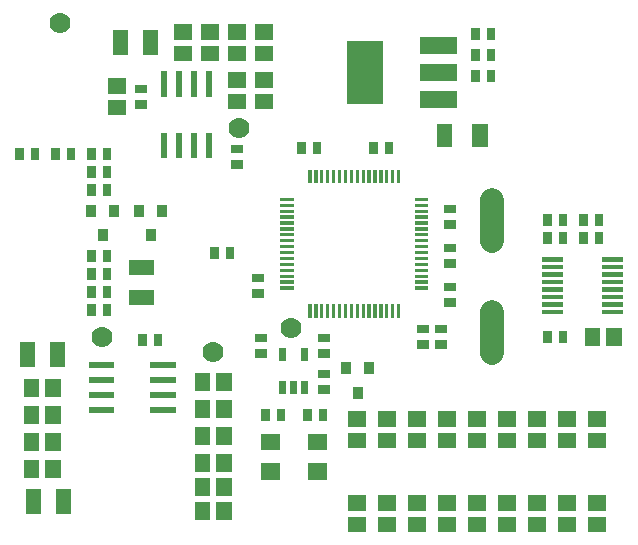
<source format=gbr>
G04 start of page 13 for group -4015 idx -4015 *
G04 Title: MMDVM_pog, toppaste *
G04 Creator: pcb v4.0.0-ga246c150 *
G04 CreationDate: Wed Apr 26 20:29:48 2017 UTC *
G04 For: wojtek *
G04 Format: Gerber/RS-274X *
G04 PCB-Dimensions (mm): 66.29 58.42 *
G04 PCB-Coordinate-Origin: lower left *
%MOMM*%
%FSLAX43Y43*%
%LNTOPPASTE*%
%ADD123C,2.000*%
%ADD122C,1.778*%
%ADD121C,0.002*%
G54D121*G36*
X52377Y21234D02*X51627D01*
Y20234D01*
X52377D01*
Y21234D01*
G37*
G36*
X53677D02*X52927D01*
Y20234D01*
X53677D01*
Y21234D01*
G37*
G36*
X58266Y21484D02*X56966D01*
Y19984D01*
X58266D01*
Y21484D01*
G37*
G36*
X56466D02*X55166D01*
Y19984D01*
X56466D01*
Y21484D01*
G37*
G36*
X41197Y41511D02*Y40089D01*
X44295D01*
Y41511D01*
X41197D01*
G37*
G36*
Y43797D02*Y42375D01*
X44295D01*
Y43797D01*
X41197D01*
G37*
G36*
Y46109D02*Y44686D01*
X44295D01*
Y46109D01*
X41197D01*
G37*
G36*
X38098Y45778D02*X34999D01*
Y40394D01*
X38098D01*
Y45778D01*
G37*
G36*
X22692Y47176D02*Y45876D01*
X24192D01*
Y47176D01*
X22692D01*
G37*
G36*
Y45376D02*Y44076D01*
X24192D01*
Y45376D01*
X22692D01*
G37*
G36*
X20406Y47176D02*Y45876D01*
X21906D01*
Y47176D01*
X20406D01*
G37*
G36*
Y45376D02*Y44076D01*
X21906D01*
Y45376D01*
X20406D01*
G37*
G36*
X24978Y41312D02*Y40012D01*
X26478D01*
Y41312D01*
X24978D01*
G37*
G36*
Y43112D02*Y41812D01*
X26478D01*
Y43112D01*
X24978D01*
G37*
G36*
Y47176D02*Y45876D01*
X26478D01*
Y47176D01*
X24978D01*
G37*
G36*
Y45376D02*Y44076D01*
X26478D01*
Y45376D01*
X24978D01*
G37*
G36*
X27264Y41312D02*Y40012D01*
X28764D01*
Y41312D01*
X27264D01*
G37*
G36*
Y43112D02*Y41812D01*
X28764D01*
Y43112D01*
X27264D01*
G37*
G36*
Y47176D02*Y45876D01*
X28764D01*
Y47176D01*
X27264D01*
G37*
G36*
Y45376D02*Y44076D01*
X28764D01*
Y45376D01*
X27264D01*
G37*
G36*
X18984Y46706D02*X17740D01*
Y44546D01*
X18984D01*
Y46706D01*
G37*
G36*
X16444D02*X15200D01*
Y44546D01*
X16444D01*
Y46706D01*
G37*
G36*
X46928Y38702D02*X45628D01*
Y36802D01*
X46928D01*
Y38702D01*
G37*
G36*
X43928D02*X42628D01*
Y36802D01*
X43928D01*
Y38702D01*
G37*
G36*
X17100Y40779D02*Y40029D01*
X18100D01*
Y40779D01*
X17100D01*
G37*
G36*
Y42079D02*Y41329D01*
X18100D01*
Y42079D01*
X17100D01*
G37*
G54D122*X10742Y47277D03*
X25855Y38387D03*
G54D121*G36*
X25483Y28346D02*X24733D01*
Y27346D01*
X25483D01*
Y28346D01*
G37*
G36*
X24183D02*X23433D01*
Y27346D01*
X24183D01*
Y28346D01*
G37*
G36*
X18087Y20980D02*X17337D01*
Y19980D01*
X18087D01*
Y20980D01*
G37*
G36*
X19387D02*X18637D01*
Y19980D01*
X19387D01*
Y20980D01*
G37*
G36*
X15069Y36728D02*X14319D01*
Y35728D01*
X15069D01*
Y36728D01*
G37*
G36*
X13769D02*X13019D01*
Y35728D01*
X13769D01*
Y36728D01*
G37*
G36*
X12021D02*X11271D01*
Y35728D01*
X12021D01*
Y36728D01*
G37*
G36*
X10721D02*X9971D01*
Y35728D01*
X10721D01*
Y36728D01*
G37*
G36*
X16520Y24658D02*Y23414D01*
X18680D01*
Y24658D01*
X16520D01*
G37*
G36*
Y27198D02*Y25954D01*
X18680D01*
Y27198D01*
X16520D01*
G37*
G36*
X40218Y5498D02*Y4198D01*
X41718D01*
Y5498D01*
X40218D01*
G37*
G36*
Y7298D02*Y5998D01*
X41718D01*
Y7298D01*
X40218D01*
G37*
G36*
X37678Y5498D02*Y4198D01*
X39178D01*
Y5498D01*
X37678D01*
G37*
G36*
Y7298D02*Y5998D01*
X39178D01*
Y7298D01*
X37678D01*
G37*
G36*
X35138Y5498D02*Y4198D01*
X36638D01*
Y5498D01*
X35138D01*
G37*
G36*
Y7298D02*Y5998D01*
X36638D01*
Y7298D01*
X35138D01*
G37*
G36*
X45298Y5498D02*Y4198D01*
X46798D01*
Y5498D01*
X45298D01*
G37*
G36*
Y7298D02*Y5998D01*
X46798D01*
Y7298D01*
X45298D01*
G37*
G36*
X47838Y5498D02*Y4198D01*
X49338D01*
Y5498D01*
X47838D01*
G37*
G36*
Y7298D02*Y5998D01*
X49338D01*
Y7298D01*
X47838D01*
G37*
G36*
X50378Y5498D02*Y4198D01*
X51878D01*
Y5498D01*
X50378D01*
G37*
G36*
Y7298D02*Y5998D01*
X51878D01*
Y7298D01*
X50378D01*
G37*
G36*
X52918Y5498D02*Y4198D01*
X54418D01*
Y5498D01*
X52918D01*
G37*
G36*
Y7298D02*Y5998D01*
X54418D01*
Y7298D01*
X52918D01*
G37*
G36*
X42758Y5498D02*Y4198D01*
X44258D01*
Y5498D01*
X42758D01*
G37*
G36*
Y7298D02*Y5998D01*
X44258D01*
Y7298D01*
X42758D01*
G37*
G36*
X55458Y5498D02*Y4198D01*
X56958D01*
Y5498D01*
X55458D01*
G37*
G36*
Y7298D02*Y5998D01*
X56958D01*
Y7298D01*
X55458D01*
G37*
G36*
X32594Y16649D02*Y15899D01*
X33594D01*
Y16649D01*
X32594D01*
G37*
G36*
Y17949D02*Y17199D01*
X33594D01*
Y17949D01*
X32594D01*
G37*
G36*
X37336Y18575D02*X36472D01*
Y17559D01*
X37336D01*
Y18575D01*
G37*
G36*
X35355D02*X34491D01*
Y17559D01*
X35355D01*
Y18575D01*
G37*
G36*
X36345Y16492D02*X35482D01*
Y15476D01*
X36345D01*
Y16492D01*
G37*
G54D122*X30300Y21496D03*
G54D121*G36*
X33357Y14630D02*X32607D01*
Y13630D01*
X33357D01*
Y14630D01*
G37*
G36*
X32057D02*X31307D01*
Y13630D01*
X32057D01*
Y14630D01*
G37*
G36*
X29801D02*X29051D01*
Y13630D01*
X29801D01*
Y14630D01*
G37*
G36*
X28501D02*X27751D01*
Y13630D01*
X28501D01*
Y14630D01*
G37*
G36*
X27722Y10004D02*Y8604D01*
X29322D01*
Y10004D01*
X27722D01*
G37*
G36*
X31722D02*Y8604D01*
X33322D01*
Y10004D01*
X31722D01*
G37*
G36*
Y12504D02*Y11104D01*
X33322D01*
Y12504D01*
X31722D01*
G37*
G36*
X27722D02*Y11104D01*
X29322D01*
Y12504D01*
X27722D01*
G37*
G54D122*X14298Y20734D03*
X23696Y19464D03*
G54D121*G36*
X8968Y14880D02*X7668D01*
Y13380D01*
X8968D01*
Y14880D01*
G37*
G36*
X10768D02*X9468D01*
Y13380D01*
X10768D01*
Y14880D01*
G37*
G36*
Y12594D02*X9468D01*
Y11094D01*
X10768D01*
Y12594D01*
G37*
G36*
X8968D02*X7668D01*
Y11094D01*
X8968D01*
Y12594D01*
G37*
G36*
X10768Y17166D02*X9468D01*
Y15666D01*
X10768D01*
Y17166D01*
G37*
G36*
X8968D02*X7668D01*
Y15666D01*
X8968D01*
Y17166D01*
G37*
G36*
X8570Y20290D02*X7326D01*
Y18130D01*
X8570D01*
Y20290D01*
G37*
G36*
X11110D02*X9866D01*
Y18130D01*
X11110D01*
Y20290D01*
G37*
G36*
X10768Y10308D02*X9468D01*
Y8808D01*
X10768D01*
Y10308D01*
G37*
G36*
X8968D02*X7668D01*
Y8808D01*
X8968D01*
Y10308D01*
G37*
G36*
X9078Y7844D02*X7834D01*
Y5684D01*
X9078D01*
Y7844D01*
G37*
G36*
X11618D02*X10374D01*
Y5684D01*
X11618D01*
Y7844D01*
G37*
G36*
X13155Y18575D02*Y18067D01*
X15314D01*
Y18575D01*
X13155D01*
G37*
G36*
Y17305D02*Y16797D01*
X15314D01*
Y17305D01*
X13155D01*
G37*
G36*
Y16035D02*Y15527D01*
X15314D01*
Y16035D01*
X13155D01*
G37*
G36*
Y14765D02*Y14257D01*
X15314D01*
Y14765D01*
X13155D01*
G37*
G36*
X18362D02*Y14257D01*
X20521D01*
Y14765D01*
X18362D01*
G37*
G36*
Y16035D02*Y15527D01*
X20521D01*
Y16035D01*
X18362D01*
G37*
G36*
Y17305D02*Y16797D01*
X20521D01*
Y17305D01*
X18362D01*
G37*
G36*
Y18575D02*Y18067D01*
X20521D01*
Y18575D01*
X18362D01*
G37*
G36*
X56614Y23033D02*Y22626D01*
X58342D01*
Y23033D01*
X56614D01*
G37*
G36*
Y23668D02*Y23261D01*
X58342D01*
Y23668D01*
X56614D01*
G37*
G36*
Y24303D02*Y23896D01*
X58342D01*
Y24303D01*
X56614D01*
G37*
G36*
Y24938D02*Y24531D01*
X58342D01*
Y24938D01*
X56614D01*
G37*
G36*
Y25573D02*Y25166D01*
X58342D01*
Y25573D01*
X56614D01*
G37*
G36*
Y26208D02*Y25801D01*
X58342D01*
Y26208D01*
X56614D01*
G37*
G36*
Y26843D02*Y26436D01*
X58342D01*
Y26843D01*
X56614D01*
G37*
G36*
Y27478D02*Y27071D01*
X58342D01*
Y27478D01*
X56614D01*
G37*
G36*
X51534D02*Y27071D01*
X53262D01*
Y27478D01*
X51534D01*
G37*
G36*
Y26843D02*Y26436D01*
X53262D01*
Y26843D01*
X51534D01*
G37*
G36*
Y26208D02*Y25801D01*
X53262D01*
Y26208D01*
X51534D01*
G37*
G36*
Y25573D02*Y25166D01*
X53262D01*
Y25573D01*
X51534D01*
G37*
G36*
Y24938D02*Y24531D01*
X53262D01*
Y24938D01*
X51534D01*
G37*
G36*
Y24303D02*Y23896D01*
X53262D01*
Y24303D01*
X51534D01*
G37*
G36*
Y23668D02*Y23261D01*
X53262D01*
Y23668D01*
X51534D01*
G37*
G36*
Y23033D02*Y22626D01*
X53262D01*
Y23033D01*
X51534D01*
G37*
G36*
X40761Y24998D02*Y24718D01*
X41904D01*
Y24998D01*
X40761D01*
G37*
G36*
Y25498D02*Y25218D01*
X41904D01*
Y25498D01*
X40761D01*
G37*
G36*
Y25998D02*Y25718D01*
X41904D01*
Y25998D01*
X40761D01*
G37*
G36*
Y26498D02*Y26218D01*
X41904D01*
Y26498D01*
X40761D01*
G37*
G36*
Y26998D02*Y26718D01*
X41904D01*
Y26998D01*
X40761D01*
G37*
G36*
Y27498D02*Y27218D01*
X41904D01*
Y27498D01*
X40761D01*
G37*
G36*
Y27998D02*Y27718D01*
X41904D01*
Y27998D01*
X40761D01*
G37*
G36*
Y28498D02*Y28218D01*
X41904D01*
Y28498D01*
X40761D01*
G37*
G36*
Y28998D02*Y28718D01*
X41904D01*
Y28998D01*
X40761D01*
G37*
G36*
Y29498D02*Y29218D01*
X41904D01*
Y29498D01*
X40761D01*
G37*
G36*
Y29998D02*Y29718D01*
X41904D01*
Y29998D01*
X40761D01*
G37*
G36*
Y30498D02*Y30218D01*
X41904D01*
Y30498D01*
X40761D01*
G37*
G36*
Y30998D02*Y30718D01*
X41904D01*
Y30998D01*
X40761D01*
G37*
G36*
Y31498D02*Y31218D01*
X41904D01*
Y31498D01*
X40761D01*
G37*
G36*
Y31998D02*Y31718D01*
X41904D01*
Y31998D01*
X40761D01*
G37*
G36*
Y32498D02*Y32218D01*
X41904D01*
Y32498D01*
X40761D01*
G37*
G36*
X39524Y34878D02*X39244D01*
Y33735D01*
X39524D01*
Y34878D01*
G37*
G36*
X39024D02*X38744D01*
Y33735D01*
X39024D01*
Y34878D01*
G37*
G36*
X38524D02*X38244D01*
Y33735D01*
X38524D01*
Y34878D01*
G37*
G36*
X38024D02*X37744D01*
Y33735D01*
X38024D01*
Y34878D01*
G37*
G36*
X37524D02*X37244D01*
Y33735D01*
X37524D01*
Y34878D01*
G37*
G36*
X37024D02*X36744D01*
Y33735D01*
X37024D01*
Y34878D01*
G37*
G36*
X36524D02*X36244D01*
Y33735D01*
X36524D01*
Y34878D01*
G37*
G36*
X36024D02*X35744D01*
Y33735D01*
X36024D01*
Y34878D01*
G37*
G36*
X35524D02*X35244D01*
Y33735D01*
X35524D01*
Y34878D01*
G37*
G36*
X35024D02*X34744D01*
Y33735D01*
X35024D01*
Y34878D01*
G37*
G36*
X34524D02*X34244D01*
Y33735D01*
X34524D01*
Y34878D01*
G37*
G36*
X34024D02*X33744D01*
Y33735D01*
X34024D01*
Y34878D01*
G37*
G36*
X33524D02*X33244D01*
Y33735D01*
X33524D01*
Y34878D01*
G37*
G36*
X33024D02*X32744D01*
Y33735D01*
X33024D01*
Y34878D01*
G37*
G36*
X32524D02*X32244D01*
Y33735D01*
X32524D01*
Y34878D01*
G37*
G36*
X32024D02*X31744D01*
Y33735D01*
X32024D01*
Y34878D01*
G37*
G36*
X29364Y32498D02*Y32218D01*
X30507D01*
Y32498D01*
X29364D01*
G37*
G36*
Y31998D02*Y31718D01*
X30507D01*
Y31998D01*
X29364D01*
G37*
G36*
Y31498D02*Y31218D01*
X30507D01*
Y31498D01*
X29364D01*
G37*
G36*
Y30998D02*Y30718D01*
X30507D01*
Y30998D01*
X29364D01*
G37*
G36*
Y30498D02*Y30218D01*
X30507D01*
Y30498D01*
X29364D01*
G37*
G36*
Y29998D02*Y29718D01*
X30507D01*
Y29998D01*
X29364D01*
G37*
G36*
Y29498D02*Y29218D01*
X30507D01*
Y29498D01*
X29364D01*
G37*
G36*
Y28998D02*Y28718D01*
X30507D01*
Y28998D01*
X29364D01*
G37*
G36*
Y28498D02*Y28218D01*
X30507D01*
Y28498D01*
X29364D01*
G37*
G36*
Y27998D02*Y27718D01*
X30507D01*
Y27998D01*
X29364D01*
G37*
G36*
Y27498D02*Y27218D01*
X30507D01*
Y27498D01*
X29364D01*
G37*
G36*
Y26998D02*Y26718D01*
X30507D01*
Y26998D01*
X29364D01*
G37*
G36*
Y26498D02*Y26218D01*
X30507D01*
Y26498D01*
X29364D01*
G37*
G36*
Y25998D02*Y25718D01*
X30507D01*
Y25998D01*
X29364D01*
G37*
G36*
Y25498D02*Y25218D01*
X30507D01*
Y25498D01*
X29364D01*
G37*
G36*
Y24998D02*Y24718D01*
X30507D01*
Y24998D01*
X29364D01*
G37*
G36*
X32024Y23481D02*X31744D01*
Y22338D01*
X32024D01*
Y23481D01*
G37*
G36*
X32524D02*X32244D01*
Y22338D01*
X32524D01*
Y23481D01*
G37*
G36*
X33024D02*X32744D01*
Y22338D01*
X33024D01*
Y23481D01*
G37*
G36*
X33524D02*X33244D01*
Y22338D01*
X33524D01*
Y23481D01*
G37*
G36*
X34024D02*X33744D01*
Y22338D01*
X34024D01*
Y23481D01*
G37*
G36*
X34524D02*X34244D01*
Y22338D01*
X34524D01*
Y23481D01*
G37*
G36*
X35024D02*X34744D01*
Y22338D01*
X35024D01*
Y23481D01*
G37*
G36*
X35524D02*X35244D01*
Y22338D01*
X35524D01*
Y23481D01*
G37*
G36*
X36024D02*X35744D01*
Y22338D01*
X36024D01*
Y23481D01*
G37*
G36*
X36524D02*X36244D01*
Y22338D01*
X36524D01*
Y23481D01*
G37*
G36*
X37024D02*X36744D01*
Y22338D01*
X37024D01*
Y23481D01*
G37*
G36*
X37524D02*X37244D01*
Y22338D01*
X37524D01*
Y23481D01*
G37*
G36*
X38024D02*X37744D01*
Y22338D01*
X38024D01*
Y23481D01*
G37*
G36*
X38524D02*X38244D01*
Y22338D01*
X38524D01*
Y23481D01*
G37*
G36*
X39024D02*X38744D01*
Y22338D01*
X39024D01*
Y23481D01*
G37*
G36*
X39524D02*X39244D01*
Y22338D01*
X39524D01*
Y23481D01*
G37*
G36*
X13769Y35204D02*X13019D01*
Y34204D01*
X13769D01*
Y35204D01*
G37*
G36*
X15069D02*X14319D01*
Y34204D01*
X15069D01*
Y35204D01*
G37*
G36*
X13769Y33680D02*X13019D01*
Y32680D01*
X13769D01*
Y33680D01*
G37*
G36*
X15069D02*X14319D01*
Y32680D01*
X15069D01*
Y33680D01*
G37*
G36*
X7673Y36728D02*X6923D01*
Y35728D01*
X7673D01*
Y36728D01*
G37*
G36*
X8973D02*X8223D01*
Y35728D01*
X8973D01*
Y36728D01*
G37*
G36*
X29838Y16966D02*X29238D01*
Y15866D01*
X29838D01*
Y16966D01*
G37*
G36*
X30788D02*X30188D01*
Y15866D01*
X30788D01*
Y16966D01*
G37*
G36*
X31738D02*X31138D01*
Y15866D01*
X31738D01*
Y16966D01*
G37*
G36*
X29838Y19766D02*X29238D01*
Y18666D01*
X29838D01*
Y19766D01*
G37*
G36*
X31738D02*X31138D01*
Y18666D01*
X31738D01*
Y19766D01*
G37*
G36*
X32594Y19697D02*Y18947D01*
X33594D01*
Y19697D01*
X32594D01*
G37*
G36*
Y20997D02*Y20247D01*
X33594D01*
Y20997D01*
X32594D01*
G37*
G36*
X47581Y45110D02*X46831D01*
Y44110D01*
X47581D01*
Y45110D01*
G37*
G36*
X46281D02*X45531D01*
Y44110D01*
X46281D01*
Y45110D01*
G37*
G36*
X47581Y46888D02*X46831D01*
Y45888D01*
X47581D01*
Y46888D01*
G37*
G36*
X46281D02*X45531D01*
Y45888D01*
X46281D01*
Y46888D01*
G37*
G36*
X47581Y43332D02*X46831D01*
Y42332D01*
X47581D01*
Y43332D01*
G37*
G36*
X46281D02*X45531D01*
Y42332D01*
X46281D01*
Y43332D01*
G37*
G36*
X27260Y19697D02*Y18947D01*
X28260D01*
Y19697D01*
X27260D01*
G37*
G36*
Y20997D02*Y20247D01*
X28260D01*
Y20997D01*
X27260D01*
G37*
G36*
X27006Y26077D02*Y25327D01*
X28006D01*
Y26077D01*
X27006D01*
G37*
G36*
Y24777D02*Y24027D01*
X28006D01*
Y24777D01*
X27006D01*
G37*
G36*
X42500Y20459D02*Y19709D01*
X43500D01*
Y20459D01*
X42500D01*
G37*
G36*
Y21759D02*Y21009D01*
X43500D01*
Y21759D01*
X42500D01*
G37*
G36*
X40976Y20459D02*Y19709D01*
X41976D01*
Y20459D01*
X40976D01*
G37*
G36*
Y21759D02*Y21009D01*
X41976D01*
Y21759D01*
X40976D01*
G37*
G36*
X32849Y37236D02*X32099D01*
Y36236D01*
X32849D01*
Y37236D01*
G37*
G36*
X31549D02*X30799D01*
Y36236D01*
X31549D01*
Y37236D01*
G37*
G36*
X38945D02*X38195D01*
Y36236D01*
X38945D01*
Y37236D01*
G37*
G36*
X37645D02*X36895D01*
Y36236D01*
X37645D01*
Y37236D01*
G37*
G36*
X43262Y25315D02*Y24565D01*
X44262D01*
Y25315D01*
X43262D01*
G37*
G36*
Y24015D02*Y23265D01*
X44262D01*
Y24015D01*
X43262D01*
G37*
G36*
Y27317D02*Y26567D01*
X44262D01*
Y27317D01*
X43262D01*
G37*
G36*
Y28617D02*Y27867D01*
X44262D01*
Y28617D01*
X43262D01*
G37*
G36*
Y30619D02*Y29869D01*
X44262D01*
Y30619D01*
X43262D01*
G37*
G36*
Y31919D02*Y31169D01*
X44262D01*
Y31919D01*
X43262D01*
G37*
G54D123*X47318Y32314D02*Y28814D01*
Y22814D02*Y19314D01*
G54D121*G36*
X52377Y31140D02*X51627D01*
Y30140D01*
X52377D01*
Y31140D01*
G37*
G36*
X53677D02*X52927D01*
Y30140D01*
X53677D01*
Y31140D01*
G37*
G36*
X56725D02*X55975D01*
Y30140D01*
X56725D01*
Y31140D01*
G37*
G36*
X55425D02*X54675D01*
Y30140D01*
X55425D01*
Y31140D01*
G37*
G36*
X53677Y29616D02*X52927D01*
Y28616D01*
X53677D01*
Y29616D01*
G37*
G36*
X52377D02*X51627D01*
Y28616D01*
X52377D01*
Y29616D01*
G37*
G36*
X55425D02*X54675D01*
Y28616D01*
X55425D01*
Y29616D01*
G37*
G36*
X56725D02*X55975D01*
Y28616D01*
X56725D01*
Y29616D01*
G37*
G36*
X25228Y36999D02*Y36249D01*
X26228D01*
Y36999D01*
X25228D01*
G37*
G36*
Y35699D02*Y34949D01*
X26228D01*
Y35699D01*
X25228D01*
G37*
G36*
X55458Y12610D02*Y11310D01*
X56958D01*
Y12610D01*
X55458D01*
G37*
G36*
Y14410D02*Y13110D01*
X56958D01*
Y14410D01*
X55458D01*
G37*
G36*
X37678Y12610D02*Y11310D01*
X39178D01*
Y12610D01*
X37678D01*
G37*
G36*
Y14410D02*Y13110D01*
X39178D01*
Y14410D01*
X37678D01*
G37*
G36*
X35138Y12610D02*Y11310D01*
X36638D01*
Y12610D01*
X35138D01*
G37*
G36*
Y14410D02*Y13110D01*
X36638D01*
Y14410D01*
X35138D01*
G37*
G36*
X45298Y12610D02*Y11310D01*
X46798D01*
Y12610D01*
X45298D01*
G37*
G36*
Y14410D02*Y13110D01*
X46798D01*
Y14410D01*
X45298D01*
G37*
G36*
X47838Y12610D02*Y11310D01*
X49338D01*
Y12610D01*
X47838D01*
G37*
G36*
Y14410D02*Y13110D01*
X49338D01*
Y14410D01*
X47838D01*
G37*
G36*
X50378Y12610D02*Y11310D01*
X51878D01*
Y12610D01*
X50378D01*
G37*
G36*
Y14410D02*Y13110D01*
X51878D01*
Y14410D01*
X50378D01*
G37*
G36*
X42758Y12610D02*Y11310D01*
X44258D01*
Y12610D01*
X42758D01*
G37*
G36*
Y14410D02*Y13110D01*
X44258D01*
Y14410D01*
X42758D01*
G37*
G36*
X40218Y12610D02*Y11310D01*
X41718D01*
Y12610D01*
X40218D01*
G37*
G36*
Y14410D02*Y13110D01*
X41718D01*
Y14410D01*
X40218D01*
G37*
G36*
X52918Y12610D02*Y11310D01*
X54418D01*
Y12610D01*
X52918D01*
G37*
G36*
Y14410D02*Y13110D01*
X54418D01*
Y14410D01*
X52918D01*
G37*
G36*
X25246Y17674D02*X23946D01*
Y16174D01*
X25246D01*
Y17674D01*
G37*
G36*
X23446D02*X22146D01*
Y16174D01*
X23446D01*
Y17674D01*
G37*
G36*
X25246Y15388D02*X23946D01*
Y13888D01*
X25246D01*
Y15388D01*
G37*
G36*
X23446D02*X22146D01*
Y13888D01*
X23446D01*
Y15388D01*
G37*
G36*
Y10816D02*X22146D01*
Y9316D01*
X23446D01*
Y10816D01*
G37*
G36*
X25246D02*X23946D01*
Y9316D01*
X25246D01*
Y10816D01*
G37*
G36*
Y6752D02*X23946D01*
Y5252D01*
X25246D01*
Y6752D01*
G37*
G36*
X23446D02*X22146D01*
Y5252D01*
X23446D01*
Y6752D01*
G37*
G36*
X25246Y8784D02*X23946D01*
Y7284D01*
X25246D01*
Y8784D01*
G37*
G36*
X23446D02*X22146D01*
Y7284D01*
X23446D01*
Y8784D01*
G37*
G36*
X25246Y13102D02*X23946D01*
Y11602D01*
X25246D01*
Y13102D01*
G37*
G36*
X23446D02*X22146D01*
Y11602D01*
X23446D01*
Y13102D01*
G37*
G36*
X14818Y42604D02*Y41304D01*
X16318D01*
Y42604D01*
X14818D01*
G37*
G36*
Y40804D02*Y39504D01*
X16318D01*
Y40804D01*
X14818D01*
G37*
G36*
X19759Y38006D02*X19251D01*
Y35847D01*
X19759D01*
Y38006D01*
G37*
G36*
X21029D02*X20521D01*
Y35847D01*
X21029D01*
Y38006D01*
G37*
G36*
X22299D02*X21791D01*
Y35847D01*
X22299D01*
Y38006D01*
G37*
G36*
X23569D02*X23061D01*
Y35847D01*
X23569D01*
Y38006D01*
G37*
G36*
Y43213D02*X23061D01*
Y41054D01*
X23569D01*
Y43213D01*
G37*
G36*
X22299D02*X21791D01*
Y41054D01*
X22299D01*
Y43213D01*
G37*
G36*
X21029D02*X20521D01*
Y41054D01*
X21029D01*
Y43213D01*
G37*
G36*
X19759D02*X19251D01*
Y41054D01*
X19759D01*
Y43213D01*
G37*
G36*
X13769Y28092D02*X13019D01*
Y27092D01*
X13769D01*
Y28092D01*
G37*
G36*
X15069D02*X14319D01*
Y27092D01*
X15069D01*
Y28092D01*
G37*
G36*
Y23520D02*X14319D01*
Y22520D01*
X15069D01*
Y23520D01*
G37*
G36*
X13769D02*X13019D01*
Y22520D01*
X13769D01*
Y23520D01*
G37*
G36*
X15069Y26568D02*X14319D01*
Y25568D01*
X15069D01*
Y26568D01*
G37*
G36*
X13769D02*X13019D01*
Y25568D01*
X13769D01*
Y26568D01*
G37*
G36*
Y25044D02*X13019D01*
Y24044D01*
X13769D01*
Y25044D01*
G37*
G36*
X15069D02*X14319D01*
Y24044D01*
X15069D01*
Y25044D01*
G37*
G36*
X19810Y31910D02*X18946D01*
Y30894D01*
X19810D01*
Y31910D01*
G37*
G36*
X17829D02*X16965D01*
Y30894D01*
X17829D01*
Y31910D01*
G37*
G36*
X18819Y29827D02*X17956D01*
Y28811D01*
X18819D01*
Y29827D01*
G37*
G36*
X15746Y31910D02*X14882D01*
Y30894D01*
X15746D01*
Y31910D01*
G37*
G36*
X13765D02*X12901D01*
Y30894D01*
X13765D01*
Y31910D01*
G37*
G36*
X14755Y29827D02*X13892D01*
Y28811D01*
X14755D01*
Y29827D01*
G37*
M02*

</source>
